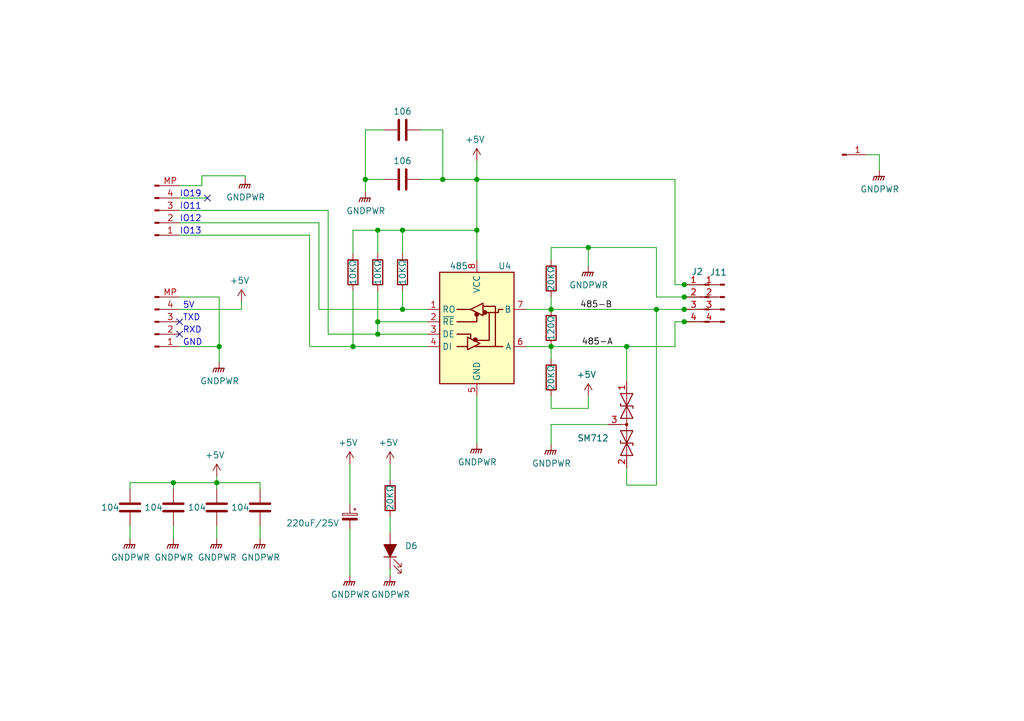
<source format=kicad_sch>
(kicad_sch (version 20231120) (generator "eeschema") (generator_version "8.0")
  (paper "A5")
  (lib_symbols
    (symbol "CamTrol-12Ch-Main-Board-rescue:LED-Server_Used-CamTrol-12Ch-Main-Board-rescue-CamTrol-12Ch-Main-Board-rescue-CamTrol-12Ch-Main-Board-rescue-CamTrol-12Ch-Main-Board-rescue" (pin_numbers hide) (pin_names (offset 1.016) hide)
      (property "Reference" "D" (at 0 2.54 0))
      (property "Value" "LED-Server_Used-CamTrol-12Ch-Main-Board-rescue-CamTrol-12Ch-Main-Board-rescue-CamTrol-12Ch-Main-Board-rescue-CamTrol-12Ch-Main-Board-rescue" (at 0 -2.54 0))
      (symbol "LED-Server_Used-CamTrol-12Ch-Main-Board-rescue-CamTrol-12Ch-Main-Board-rescue-CamTrol-12Ch-Main-Board-rescue-CamTrol-12Ch-Main-Board-rescue_0_1"
        (polyline (pts (xy -1.27 -1.27) (xy -1.27 1.27)) (stroke (width 0.2032)))
        (polyline (pts (xy -1.27 0) (xy 1.27 0)))
        (polyline (pts (xy 1.27 -1.27) (xy 1.27 1.27) (xy -1.27 0) (xy 1.27 -1.27)) (stroke (width 0.2032)) (fill (type outline)))
        (polyline (pts (xy -3.048 -0.762) (xy -4.572 -2.286) (xy -3.81 -2.286) (xy -4.572 -2.286) (xy -4.572 -1.524)))
        (polyline (pts (xy -1.778 -0.762) (xy -3.302 -2.286) (xy -2.54 -2.286) (xy -3.302 -2.286) (xy -3.302 -1.524)))
      )
      (symbol "LED-Server_Used-CamTrol-12Ch-Main-Board-rescue-CamTrol-12Ch-Main-Board-rescue-CamTrol-12Ch-Main-Board-rescue-CamTrol-12Ch-Main-Board-rescue_1_1"
        (pin passive line (at -3.81 0 0) (length 2.54) (name "K") (number "1"))
        (pin passive line (at 3.81 0 180) (length 2.54) (name "A") (number "2"))
      )
    )
    (symbol "CamTrol-12Ch-Main-Board-rescue:R-Server_Used-CamTrol-12Ch-Main-Board-rescue-CamTrol-12Ch-Main-Board-rescue-CamTrol-12Ch-Main-Board-rescue-CamTrol-12Ch-Main-Board-rescue" (pin_numbers hide) (pin_names (offset 0))
      (property "Reference" "R" (at 2.032 -3.81 90))
      (property "Value" "R-Server_Used-CamTrol-12Ch-Main-Board-rescue-CamTrol-12Ch-Main-Board-rescue-CamTrol-12Ch-Main-Board-rescue-CamTrol-12Ch-Main-Board-rescue" (at 0 -3.81 90))
      (symbol "R-Server_Used-CamTrol-12Ch-Main-Board-rescue-CamTrol-12Ch-Main-Board-rescue-CamTrol-12Ch-Main-Board-rescue-CamTrol-12Ch-Main-Board-rescue_0_1"
        (rectangle (start -1.016 -6.35) (end 1.016 -1.27) (stroke (width 0.254)))
      )
      (symbol "R-Server_Used-CamTrol-12Ch-Main-Board-rescue-CamTrol-12Ch-Main-Board-rescue-CamTrol-12Ch-Main-Board-rescue-CamTrol-12Ch-Main-Board-rescue_1_1"
        (pin passive line (at 0 0 270) (length 1.27) (name "~") (number "1"))
        (pin passive line (at 0 -7.62 90) (length 1.27) (name "~") (number "2"))
      )
    )
    (symbol "Connector:Conn_01x01_Pin" (pin_names (offset 1.016) hide)
      (property "Reference" "J" (at 0 2.54 0))
      (property "Value" "Conn_01x01_Pin" (at 0 -2.54 0))
      (symbol "Conn_01x01_Pin_1_1"
        (polyline (pts (xy 1.27 0) (xy 0.8636 0)) (stroke (width 0.1524)))
        (rectangle (start 0.8636 0.127) (end 0 -0.127) (stroke (width 0.1524)) (fill (type outline)))
        (pin passive line (at 5.08 0 180) (length 3.81) (name "Pin_1") (number "1"))
      )
    )
    (symbol "Connector:Conn_01x04_Male" (pin_names (offset 1.016) hide)
      (property "Reference" "J" (at 0 5.08 0))
      (property "Value" "Conn_01x04_Male" (at 0 -7.62 0))
      (symbol "Conn_01x04_Male_1_1"
        (polyline (pts (xy 1.27 -5.08) (xy 0.8636 -5.08)) (stroke (width 0.1524)))
        (polyline (pts (xy 1.27 -2.54) (xy 0.8636 -2.54)) (stroke (width 0.1524)))
        (polyline (pts (xy 1.27 0) (xy 0.8636 0)) (stroke (width 0.1524)))
        (polyline (pts (xy 1.27 2.54) (xy 0.8636 2.54)) (stroke (width 0.1524)))
        (rectangle (start 0.8636 -4.953) (end 0 -5.207) (stroke (width 0.1524)) (fill (type outline)))
        (rectangle (start 0.8636 -2.413) (end 0 -2.667) (stroke (width 0.1524)) (fill (type outline)))
        (rectangle (start 0.8636 0.127) (end 0 -0.127) (stroke (width 0.1524)) (fill (type outline)))
        (rectangle (start 0.8636 2.667) (end 0 2.413) (stroke (width 0.1524)) (fill (type outline)))
        (pin passive line (at 5.08 2.54 180) (length 3.81) (name "Pin_1") (number "1"))
        (pin passive line (at 5.08 0 180) (length 3.81) (name "Pin_2") (number "2"))
        (pin passive line (at 5.08 -2.54 180) (length 3.81) (name "Pin_3") (number "3"))
        (pin passive line (at 5.08 -5.08 180) (length 3.81) (name "Pin_4") (number "4"))
      )
    )
    (symbol "Connector:Conn_01x05_Pin" (pin_names (offset 1.016) hide)
      (property "Reference" "J3" (at 3.048 8.382 0))
      (symbol "Conn_01x05_Pin_1_1"
        (polyline (pts (xy 1.27 -5.08) (xy 0.8636 -5.08)) (stroke (width 0.1524)))
        (polyline (pts (xy 1.27 -2.54) (xy 0.8636 -2.54)) (stroke (width 0.1524)))
        (polyline (pts (xy 1.27 0) (xy 0.8636 0)) (stroke (width 0.1524)))
        (polyline (pts (xy 1.27 2.54) (xy 0.8636 2.54)) (stroke (width 0.1524)))
        (polyline (pts (xy 1.27 5.08) (xy 0.8636 5.08)) (stroke (width 0.1524)))
        (rectangle (start 0.8636 -4.953) (end 0 -5.207) (stroke (width 0.1524)) (fill (type outline)))
        (rectangle (start 0.8636 -2.413) (end 0 -2.667) (stroke (width 0.1524)) (fill (type outline)))
        (rectangle (start 0.8636 0.127) (end 0 -0.127) (stroke (width 0.1524)) (fill (type outline)))
        (rectangle (start 0.8636 2.667) (end 0 2.413) (stroke (width 0.1524)) (fill (type outline)))
        (rectangle (start 0.8636 5.207) (end 0 4.953) (stroke (width 0.1524)) (fill (type outline)))
        (pin passive line (at 5.08 5.08 180) (length 3.81) (name "Pin_1") (number "1"))
        (pin passive line (at 5.08 2.54 180) (length 3.81) (name "Pin_2") (number "2"))
        (pin passive line (at 5.08 0 180) (length 3.81) (name "Pin_3") (number "3"))
        (pin passive line (at 5.08 -2.54 180) (length 3.81) (name "Pin_4") (number "4"))
        (pin passive line (at 5.08 -5.08 180) (length 3.81) (name "Pin_5") (number "MP"))
      )
    )
    (symbol "Device:C_Polarized_Small" (pin_numbers hide) (pin_names (offset 0.254) hide)
      (property "Reference" "C" (at 0.254 1.778 0))
      (property "Value" "C_Polarized_Small" (at 0.254 -2.032 0))
      (symbol "C_Polarized_Small_0_1"
        (rectangle (start -1.524 -0.3048) (end 1.524 -0.6858) (fill (type outline)))
        (rectangle (start -1.524 0.6858) (end 1.524 0.3048))
        (polyline (pts (xy -1.27 1.524) (xy -0.762 1.524)))
        (polyline (pts (xy -1.016 1.27) (xy -1.016 1.778)))
      )
      (symbol "C_Polarized_Small_1_1"
        (pin passive line (at 0 2.54 270) (length 1.8542) (name "~") (number "1"))
        (pin passive line (at 0 -2.54 90) (length 1.8542) (name "~") (number "2"))
      )
    )
    (symbol "Diode:SM712_SOT23" (pin_names (offset 1.016) hide)
      (property "Reference" "D" (at 0 4.445 0))
      (property "Value" "SM712_SOT23" (at 0 2.54 0))
      (symbol "SM712_SOT23_0_0"
        (polyline (pts (xy 0 -1.27) (xy 0 0)))
      )
      (symbol "SM712_SOT23_0_1"
        (polyline (pts (xy -6.35 0) (xy 6.35 0)))
        (polyline (pts (xy -3.302 1.27) (xy -3.81 1.27) (xy -3.81 -1.27) (xy -4.318 -1.27)) (stroke (width 0.2032)))
        (polyline (pts (xy 4.318 1.27) (xy 3.81 1.27) (xy 3.81 -1.27) (xy 3.302 -1.27)) (stroke (width 0.2032)))
        (polyline (pts (xy -6.35 -1.27) (xy -1.27 1.27) (xy -1.27 -1.27) (xy -6.35 1.27) (xy -6.35 -1.27)) (stroke (width 0.2032)))
        (polyline (pts (xy 1.27 -1.27) (xy 1.27 1.27) (xy 6.35 -1.27) (xy 6.35 1.27) (xy 1.27 -1.27)) (stroke (width 0.2032)))
        (circle (center 0 0) (radius 0.254) (fill (type outline)))
      )
      (symbol "SM712_SOT23_1_1"
        (pin passive line (at -8.89 0 0) (length 2.54) (name "A1") (number "1"))
        (pin passive line (at 8.89 0 180) (length 2.54) (name "A2") (number "2"))
        (pin input line (at 0 -3.81 90) (length 2.54) (name "common") (number "3"))
      )
    )
    (symbol "Interface_UART:MAX485E"
      (property "Reference" "U" (at -6.096 11.43 0))
      (property "Value" "MAX485E" (at 0.762 11.43 0))
      (symbol "MAX485E_0_1"
        (rectangle (start -7.62 10.16) (end 7.62 -12.7) (stroke (width 0.254)) (fill (type background)))
        (circle (center -0.3048 -3.683) (radius 0.3556) (stroke (width 0.254)) (fill (type outline)))
        (circle (center -0.0254 1.4986) (radius 0.3556) (stroke (width 0.254)) (fill (type outline)))
        (polyline (pts (xy -4.064 -5.08) (xy -1.905 -5.08)) (stroke (width 0.254)))
        (polyline (pts (xy -4.064 2.54) (xy -1.27 2.54)) (stroke (width 0.254)))
        (polyline (pts (xy -1.27 -3.2004) (xy -1.27 -3.4544)) (stroke (width 0.254)))
        (polyline (pts (xy -0.635 -5.08) (xy 5.334 -5.08)) (stroke (width 0.254)))
        (polyline (pts (xy -4.064 -2.54) (xy -1.27 -2.54) (xy -1.27 -3.175)) (stroke (width 0.254)))
        (polyline (pts (xy 0 1.27) (xy 0 0) (xy -4.064 0)) (stroke (width 0.254)))
        (polyline (pts (xy 1.27 3.175) (xy 3.81 3.175) (xy 3.81 -5.08)) (stroke (width 0.254)))
        (polyline (pts (xy 2.54 1.905) (xy 2.54 -3.81) (xy 0 -3.81)) (stroke (width 0.254)))
        (polyline (pts (xy -1.905 -3.175) (xy -1.905 -5.715) (xy 0.635 -4.445) (xy -1.905 -3.175)) (stroke (width 0.254)))
        (polyline (pts (xy -1.27 2.54) (xy 1.27 3.81) (xy 1.27 1.27) (xy -1.27 2.54)) (stroke (width 0.254)))
        (polyline (pts (xy 1.905 1.905) (xy 4.445 1.905) (xy 4.445 2.54) (xy 5.334 2.54)) (stroke (width 0.254)))
        (rectangle (start 1.27 3.175) (end 1.27 3.175))
        (circle (center 1.651 1.905) (radius 0.3556) (stroke (width 0.254)) (fill (type outline)))
      )
      (symbol "MAX485E_1_1"
        (pin output line (at -10.16 2.54 0) (length 2.54) (name "RO") (number "1"))
        (pin input line (at -10.16 0 0) (length 2.54) (name "~{RE}") (number "2"))
        (pin input line (at -10.16 -2.54 0) (length 2.54) (name "DE") (number "3"))
        (pin input line (at -10.16 -5.08 0) (length 2.54) (name "DI") (number "4"))
        (pin power_in line (at 0 -15.24 90) (length 2.54) (name "GND") (number "5"))
        (pin bidirectional line (at 10.16 -5.08 180) (length 2.54) (name "A") (number "6"))
        (pin bidirectional line (at 10.16 2.54 180) (length 2.54) (name "B") (number "7"))
        (pin power_in line (at 0 12.7 270) (length 2.54) (name "VCC") (number "8"))
      )
    )
    (symbol "Server_Used:C" (pin_numbers hide) (pin_names (offset 0.254))
      (property "Reference" "C" (at 1.27 2.54 0))
      (property "Value" "Server_Used_C" (at 1.27 -2.54 0))
      (symbol "C_0_1"
        (polyline (pts (xy -2.032 -0.762) (xy 2.032 -0.762)) (stroke (width 0.508)))
        (polyline (pts (xy -2.032 0.762) (xy 2.032 0.762)) (stroke (width 0.508)))
      )
      (symbol "C_1_1"
        (pin passive line (at 0 3.81 270) (length 2.794) (name "~") (number "1"))
        (pin passive line (at 0 -3.81 90) (length 2.794) (name "~") (number "2"))
      )
    )
    (symbol "power:+5V" (power) (pin_names (offset 0))
      (property "Value" "+5V" (at 0 3.556 0))
      (symbol "+5V_0_1"
        (polyline (pts (xy -0.762 1.27) (xy 0 2.54)))
        (polyline (pts (xy 0 0) (xy 0 2.54)))
        (polyline (pts (xy 0 2.54) (xy 0.762 1.27)))
      )
      (symbol "+5V_1_1"
        (pin power_in line (at 0 0 90) (length 0) hide (name "+5V") (number "1"))
      )
    )
    (symbol "power:GNDPWR" (power) (pin_names (offset 0))
      (property "Value" "GNDPWR" (at 0 -3.302 0))
      (symbol "GNDPWR_0_1"
        (polyline (pts (xy 0 -1.27) (xy 0 0)))
        (polyline (pts (xy -1.016 -1.27) (xy -1.27 -2.032) (xy -1.27 -2.032)) (stroke (width 0.2032)))
        (polyline (pts (xy -0.508 -1.27) (xy -0.762 -2.032) (xy -0.762 -2.032)) (stroke (width 0.2032)))
        (polyline (pts (xy 0 -1.27) (xy -0.254 -2.032) (xy -0.254 -2.032)) (stroke (width 0.2032)))
        (polyline (pts (xy 0.508 -1.27) (xy 0.254 -2.032) (xy 0.254 -2.032)) (stroke (width 0.2032)))
        (polyline (pts (xy 1.016 -1.27) (xy -1.016 -1.27) (xy -1.016 -1.27)) (stroke (width 0.2032)))
        (polyline (pts (xy 1.016 -1.27) (xy 0.762 -2.032) (xy 0.762 -2.032) (xy 0.762 -2.032)) (stroke (width 0.2032)))
      )
      (symbol "GNDPWR_1_1"
        (pin power_in line (at 0 0 270) (length 0) hide (name "GNDPWR") (number "1"))
      )
    )
  )
  (junction (at 140.335 66.04))
  (junction (at 77.47 66.04))
  (junction (at 35.56 99.06))
  (junction (at 97.79 36.83))
  (junction (at 128.524 71.12))
  (junction (at 90.805 36.83))
  (junction (at 77.47 47.244))
  (junction (at 113.03 63.5))
  (junction (at 120.65 50.8))
  (junction (at 140.335 63.5))
  (junction (at 74.93 36.83))
  (junction (at 113.03 71.12))
  (junction (at 140.335 58.42))
  (junction (at 140.335 60.96))
  (junction (at 72.39 71.12))
  (junction (at 77.47 68.58))
  (junction (at 134.62 63.5))
  (junction (at 97.79 47.244))
  (junction (at 44.958 71.12))
  (junction (at 44.45 99.06))
  (junction (at 82.55 47.244))
  (junction (at 82.55 63.5))
  (no_connect (at 42.545 40.64))
  (no_connect (at 36.83 68.58))
  (no_connect (at 36.83 66.04))
  (wire (pts (xy 71.755 118.11) (xy 71.755 108.585)))
  (wire (pts (xy 35.56 99.06) (xy 44.45 99.06)))
  (wire (pts (xy 180.34 34.925) (xy 180.34 31.75)))
  (wire (pts (xy 140.335 63.5) (xy 143.51 63.5)))
  (wire (pts (xy 82.55 59.69) (xy 82.55 63.5)))
  (wire (pts (xy 35.56 107.95) (xy 35.56 110.49)))
  (wire (pts (xy 63.5 48.26) (xy 63.5 71.12)))
  (wire (pts (xy 97.79 47.244) (xy 97.79 53.34)))
  (wire (pts (xy 138.43 71.12) (xy 138.43 66.04)))
  (wire (pts (xy 74.93 36.83) (xy 78.74 36.83)))
  (wire (pts (xy 80.01 118.11) (xy 80.01 116.84)))
  (wire (pts (xy 72.39 59.69) (xy 72.39 71.12)))
  (wire (pts (xy 113.03 71.12) (xy 113.03 73.66)))
  (wire (pts (xy 72.39 71.12) (xy 87.63 71.12)))
  (wire (pts (xy 41.402 38.1) (xy 41.402 36.068)))
  (wire (pts (xy 72.39 52.07) (xy 72.39 47.244)))
  (wire (pts (xy 180.34 31.75) (xy 177.8 31.75)))
  (wire (pts (xy 113.03 87.122) (xy 113.03 91.186)))
  (wire (pts (xy 44.45 99.06) (xy 44.45 100.33)))
  (wire (pts (xy 128.524 99.568) (xy 134.62 99.568)))
  (wire (pts (xy 44.45 97.79) (xy 44.45 99.06)))
  (wire (pts (xy 36.83 43.18) (xy 67.31 43.18)))
  (wire (pts (xy 120.65 50.8) (xy 120.65 54.61)))
  (wire (pts (xy 44.958 71.12) (xy 44.958 74.295)))
  (wire (pts (xy 97.79 36.83) (xy 97.79 47.244)))
  (wire (pts (xy 90.805 26.67) (xy 90.805 36.83)))
  (wire (pts (xy 86.36 36.83) (xy 90.805 36.83)))
  (wire (pts (xy 134.62 60.96) (xy 134.62 50.8)))
  (wire (pts (xy 140.335 58.42) (xy 143.51 58.42)))
  (wire (pts (xy 67.31 68.58) (xy 77.47 68.58)))
  (wire (pts (xy 35.56 100.33) (xy 35.56 99.06)))
  (wire (pts (xy 26.67 99.06) (xy 35.56 99.06)))
  (wire (pts (xy 113.03 83.82) (xy 113.03 81.28)))
  (wire (pts (xy 36.83 71.12) (xy 44.958 71.12)))
  (wire (pts (xy 138.43 66.04) (xy 140.335 66.04)))
  (wire (pts (xy 134.62 63.5) (xy 140.335 63.5)))
  (wire (pts (xy 71.755 95.25) (xy 71.755 103.505)))
  (wire (pts (xy 74.93 39.37) (xy 74.93 36.83)))
  (wire (pts (xy 134.62 60.96) (xy 140.335 60.96)))
  (wire (pts (xy 36.83 40.64) (xy 42.545 40.64)))
  (wire (pts (xy 80.01 98.425) (xy 80.01 95.25)))
  (wire (pts (xy 107.95 71.12) (xy 113.03 71.12)))
  (wire (pts (xy 120.65 81.28) (xy 120.65 83.82)))
  (wire (pts (xy 134.62 99.568) (xy 134.62 63.5)))
  (wire (pts (xy 82.55 47.244) (xy 82.55 52.07)))
  (wire (pts (xy 120.65 83.82) (xy 113.03 83.82)))
  (wire (pts (xy 49.53 63.5) (xy 36.83 63.5)))
  (wire (pts (xy 53.34 107.95) (xy 53.34 110.49)))
  (wire (pts (xy 138.43 36.83) (xy 97.79 36.83)))
  (wire (pts (xy 113.03 71.12) (xy 128.524 71.12)))
  (wire (pts (xy 90.805 36.83) (xy 97.79 36.83)))
  (wire (pts (xy 86.36 26.67) (xy 90.805 26.67)))
  (wire (pts (xy 120.65 50.8) (xy 113.03 50.8)))
  (wire (pts (xy 138.43 58.42) (xy 138.43 36.83)))
  (wire (pts (xy 63.5 71.12) (xy 72.39 71.12)))
  (wire (pts (xy 49.53 61.976) (xy 49.53 63.5)))
  (wire (pts (xy 36.83 48.26) (xy 63.5 48.26)))
  (wire (pts (xy 77.47 66.04) (xy 87.63 66.04)))
  (wire (pts (xy 50.292 36.068) (xy 50.292 36.576)))
  (wire (pts (xy 128.524 71.12) (xy 138.43 71.12)))
  (wire (pts (xy 65.405 45.72) (xy 65.405 63.5)))
  (wire (pts (xy 77.47 66.04) (xy 77.47 59.69)))
  (wire (pts (xy 77.47 66.04) (xy 77.47 68.58)))
  (wire (pts (xy 140.335 66.04) (xy 143.51 66.04)))
  (wire (pts (xy 74.93 26.67) (xy 74.93 36.83)))
  (wire (pts (xy 124.714 87.122) (xy 113.03 87.122)))
  (wire (pts (xy 140.335 60.96) (xy 143.51 60.96)))
  (wire (pts (xy 128.524 71.12) (xy 128.524 78.232)))
  (wire (pts (xy 26.67 100.33) (xy 26.67 99.06)))
  (wire (pts (xy 97.79 33.02) (xy 97.79 36.83)))
  (wire (pts (xy 65.405 63.5) (xy 82.55 63.5)))
  (wire (pts (xy 77.47 47.244) (xy 77.47 52.07)))
  (wire (pts (xy 44.45 99.06) (xy 53.34 99.06)))
  (wire (pts (xy 113.03 50.8) (xy 113.03 53.34)))
  (wire (pts (xy 53.34 100.33) (xy 53.34 99.06)))
  (wire (pts (xy 77.47 47.244) (xy 82.55 47.244)))
  (wire (pts (xy 67.31 43.18) (xy 67.31 68.58)))
  (wire (pts (xy 97.79 90.932) (xy 97.79 81.28)))
  (wire (pts (xy 41.402 36.068) (xy 50.292 36.068)))
  (wire (pts (xy 113.03 63.5) (xy 134.62 63.5)))
  (wire (pts (xy 78.74 26.67) (xy 74.93 26.67)))
  (wire (pts (xy 134.62 50.8) (xy 120.65 50.8)))
  (wire (pts (xy 36.83 38.1) (xy 41.402 38.1)))
  (wire (pts (xy 82.55 47.244) (xy 97.79 47.244)))
  (wire (pts (xy 72.39 47.244) (xy 77.47 47.244)))
  (wire (pts (xy 107.95 63.5) (xy 113.03 63.5)))
  (wire (pts (xy 113.03 60.96) (xy 113.03 63.5)))
  (wire (pts (xy 26.67 110.49) (xy 26.67 107.95)))
  (wire (pts (xy 44.45 110.49) (xy 44.45 107.95)))
  (wire (pts (xy 44.958 60.96) (xy 44.958 71.12)))
  (wire (pts (xy 87.63 68.58) (xy 77.47 68.58)))
  (wire (pts (xy 36.83 45.72) (xy 65.405 45.72)))
  (wire (pts (xy 36.83 60.96) (xy 44.958 60.96)))
  (wire (pts (xy 80.01 109.22) (xy 80.01 106.045)))
  (wire (pts (xy 82.55 63.5) (xy 87.63 63.5)))
  (wire (pts (xy 128.524 96.012) (xy 128.524 99.568)))
  (wire (pts (xy 138.43 58.42) (xy 140.335 58.42)))
  (text "GND" (at 37.465 71.12 0) (effects (font (size 1.27 1.27)) (justify left bottom)))
  (text "IO11" (at 36.83 43.18 0) (effects (font (size 1.27 1.27)) (justify left bottom)))
  (text "IO13" (at 36.83 48.26 0) (effects (font (size 1.27 1.27)) (justify left bottom)))
  (text "RXD" (at 37.465 68.58 0) (effects (font (size 1.27 1.27)) (justify left bottom)))
  (text "5V" (at 37.465 63.5 0) (effects (font (size 1.27 1.27)) (justify left bottom)))
  (text "IO19" (at 36.83 40.64 0) (effects (font (size 1.27 1.27)) (justify left bottom)))
  (text "TXD" (at 37.465 66.04 0) (effects (font (size 1.27 1.27)) (justify left bottom)))
  (text "IO12" (at 36.83 45.72 0) (effects (font (size 1.27 1.27)) (justify left bottom)))
  (label "485-B" (at 125.603 63.5 180))
  (label "485-A" (at 125.73 71.12 180))
  (symbol (lib_id "Server_Used:C") (at 53.34 104.14 180) (unit 1)
    (property "Reference" "C6" (effects (hide yes)))
    (property "Value" "104" (at 49.276 104.14 0))
    (property "Footprint" "Server.pretty:C_0805_HandSoldering" (effects (hide yes)))
    (property "Datasheet" "http://www.partsworld.co.kr/goods/goods_view.php?goodsNo=1000013173" (effects (hide yes)))
    (property "Price" "66" (effects (hide yes)))
    (property "Manufacture" "부품세상" (effects (hide yes)))
    (property "Package" "2012(0805)" (effects (hide yes)))
  )
  (symbol (lib_id "Diode:SM712_SOT23") (at 128.524 87.122 270) (unit 1)
    (property "Reference" "D1" (effects (hide yes)))
    (property "Value" "SM712" (at 118.364 89.916 90) (effects (justify left)))
    (property "Footprint" "Server:SOT-23" (effects (hide yes)))
    (property "Datasheet" "https://www.littelfuse.com/~/media/electronics/datasheets/tvs_diode_arrays/littelfuse_tvs_diode_array_sm712_datasheet.pdf.pdf" (effects (hide yes)))
    (property "Description" "7V/12V, 600W Asymmetrical TVS Diode Array, SOT-23" (effects (hide yes)))
  )
  (symbol (lib_id "CamTrol-12Ch-Main-Board-rescue:R-Server_Used-CamTrol-12Ch-Main-Board-rescue-CamTrol-12Ch-Main-Board-rescue-CamTrol-12Ch-Main-Board-rescue-CamTrol-12Ch-Main-Board-rescue") (at 80.01 98.425 0) (unit 1)
    (property "Reference" "R10" (effects (hide yes)))
    (property "Value" "20KΩ" (at 80.01 102.108 90))
    (property "Footprint" "Server.pretty:R_0805_HandSoldering" (effects (hide yes)))
    (property "Datasheet" "https://www.partsworld.co.kr/goods/goods_view.php?goodsNo=1000000637" (effects (hide yes)))
    (property "Price" "20" (effects (hide yes)))
    (property "Manufacture" "부품세상" (effects (hide yes)))
    (property "Package" "2012(0805)" (effects (hide yes)))
  )
  (symbol (lib_id "Connector:Conn_01x05_Pin") (at 31.75 66.04 0) (mirror x) (unit 1)
    (property "Reference" "J1" (effects (hide yes)))
    (property "Value" "Conn_01x04_Pin" (effects (hide yes)))
    (property "Footprint" "Connector_JST:JST_GH_SM04B-GHS-TB_1x04-1MP_P1.25mm_Horizontal" (effects (hide yes)))
    (property "Description" "Generic connector, single row, 01x05, script generated" (effects (hide yes)))
    (property "Manufacture" "DEVICEMART" (effects (hide yes)))
    (property "Price" "30" (effects (hide yes)))
  )
  (symbol (lib_id "Server_Used:C") (at 82.55 26.67 270) (mirror x) (unit 1)
    (property "Reference" "C1" (effects (hide yes)))
    (property "Value" "106" (at 82.55 22.86 90))
    (property "Footprint" "Server.pretty:C_0805_HandSoldering" (effects (hide yes)))
    (property "Datasheet" "http://www.partsworld.co.kr/goods/goods_view.php?goodsNo=1000013173" (effects (hide yes)))
    (property "Price" "66" (effects (hide yes)))
    (property "Manufacture" "부품세상" (effects (hide yes)))
    (property "Package" "2012(0805)" (effects (hide yes)))
  )
  (symbol (lib_id "CamTrol-12Ch-Main-Board-rescue:R-Server_Used-CamTrol-12Ch-Main-Board-rescue-CamTrol-12Ch-Main-Board-rescue-CamTrol-12Ch-Main-Board-rescue-CamTrol-12Ch-Main-Board-rescue") (at 113.03 81.28 0) (mirror x) (unit 1)
    (property "Reference" "R46" (effects (hide yes)))
    (property "Value" "20KΩ" (at 113.03 77.47 90))
    (property "Footprint" "Server.pretty:R_0805_HandSoldering" (effects (hide yes)))
    (property "Datasheet" "https://www.partsworld.co.kr/goods/goods_view.php?goodsNo=1000000614" (effects (hide yes)))
    (property "Price" "20" (effects (hide yes)))
    (property "Manufacture" "부품세상" (effects (hide yes)))
    (property "Package" "2012(0805)" (effects (hide yes)))
  )
  (symbol (lib_id "power:+5V") (at 97.79 33.02 0) (mirror y) (unit 1)
    (property "Reference" "#PWR074" (effects (hide yes)))
    (property "Value" "+5V" (at 97.409 28.6258 0))
  )
  (symbol (lib_id "power:GNDPWR") (at 44.45 110.49 0) (unit 1)
    (property "Reference" "#PWR08" (effects (hide yes)))
    (property "Value" "GNDPWR" (at 44.5516 114.4016 0))
  )
  (symbol (lib_id "Device:C_Polarized_Small") (at 71.755 106.045 0) (mirror y) (unit 1)
    (property "Reference" "C7" (effects (hide yes)))
    (property "Value" "220uF/25V" (at 69.596 107.3655 0) (effects (justify left)))
    (property "Footprint" "Capacitor_THT:CP_Radial_D8.0mm_P2.50mm" (effects (hide yes)))
  )
  (symbol (lib_id "power:GNDPWR") (at 120.65 54.61 0) (unit 1)
    (property "Reference" "#PWR076" (effects (hide yes)))
    (property "Value" "GNDPWR" (at 120.7516 58.5216 0))
  )
  (symbol (lib_id "power:GNDPWR") (at 97.79 90.932 0) (unit 1)
    (property "Reference" "#PWR075" (effects (hide yes)))
    (property "Value" "GNDPWR" (at 97.8916 94.8436 0))
  )
  (symbol (lib_id "power:GNDPWR") (at 44.958 74.295 0) (unit 1)
    (property "Reference" "#PWR03" (effects (hide yes)))
    (property "Value" "GNDPWR" (at 45.0596 78.2066 0))
  )
  (symbol (lib_id "power:GNDPWR") (at 53.34 110.49 0) (unit 1)
    (property "Reference" "#PWR09" (effects (hide yes)))
    (property "Value" "GNDPWR" (at 53.4416 114.4016 0))
  )
  (symbol (lib_id "power:GNDPWR") (at 50.292 36.576 0) (unit 1)
    (property "Reference" "#PWR013" (effects (hide yes)))
    (property "Value" "GNDPWR" (at 50.3936 40.4876 0))
  )
  (symbol (lib_id "power:+5V") (at 80.01 95.25 0) (mirror y) (unit 1)
    (property "Reference" "#PWR01" (effects (hide yes)))
    (property "Value" "+5V" (at 79.629 90.8558 0))
  )
  (symbol (lib_id "Connector:Conn_01x04_Male") (at 148.59 60.96 0) (mirror y) (unit 1)
    (property "Reference" "J11" (at 147.32 55.88 0))
    (property "Value" "5267-04P" (effects (hide yes)))
    (property "Footprint" "Server.pretty:XH2.54-4P" (effects (hide yes)))
    (property "Datasheet" "https://www.devicemart.co.kr/goods/view?no=419" (effects (hide yes)))
    (property "Manufacture" "DEVICEMART" (effects (hide yes)))
    (property "Price" "30" (effects (hide yes)))
  )
  (symbol (lib_id "power:GNDPWR") (at 80.01 118.11 0) (unit 1)
    (property "Reference" "#PWR042" (effects (hide yes)))
    (property "Value" "GNDPWR" (at 80.1116 122.0216 0))
  )
  (symbol (lib_id "Connector:Conn_01x05_Pin") (at 31.75 43.18 0) (mirror x) (unit 1)
    (property "Reference" "J4" (effects (hide yes)))
    (property "Value" "Conn_01x04_Pin" (effects (hide yes)))
    (property "Footprint" "Connector_JST:JST_GH_SM04B-GHS-TB_1x04-1MP_P1.25mm_Horizontal" (effects (hide yes)))
    (property "Description" "Generic connector, single row, 01x05, script generated" (effects (hide yes)))
    (property "Manufacture" "DEVICEMART" (effects (hide yes)))
    (property "Price" "30" (effects (hide yes)))
  )
  (symbol (lib_id "Interface_UART:MAX485E") (at 97.79 66.04 0) (unit 1)
    (property "Reference" "U4" (at 104.902 54.61 0) (effects (justify right)))
    (property "Value" "485" (at 96.012 54.61 0) (effects (justify right)))
    (property "Footprint" "Server.pretty:MAX485" (effects (hide yes)))
    (property "Datasheet" "https://datasheets.maximintegrated.com/en/ds/MAX1487E-MAX491E.pdf" (effects (hide yes)))
  )
  (symbol (lib_id "power:GNDPWR") (at 26.67 110.49 0) (unit 1)
    (property "Reference" "#PWR05" (effects (hide yes)))
    (property "Value" "GNDPWR" (at 26.7716 114.4016 0))
  )
  (symbol (lib_id "power:+5V") (at 71.755 95.25 0) (mirror y) (unit 1)
    (property "Reference" "#PWR07" (effects (hide yes)))
    (property "Value" "+5V" (at 71.374 90.8558 0))
  )
  (symbol (lib_id "power:+5V") (at 44.45 97.79 0) (mirror y) (unit 1)
    (property "Reference" "#PWR011" (effects (hide yes)))
    (property "Value" "+5V" (at 44.069 93.3958 0))
  )
  (symbol (lib_id "Connector:Conn_01x01_Pin") (at 172.72 31.75 0) (unit 1)
    (property "Reference" "J3" (effects (hide yes)))
    (property "Value" "Conn_01x01_Pin" (effects (hide yes)))
    (property "Footprint" "Server.pretty:LM-CON-PAD" (effects (hide yes)))
    (property "Manufacture" "DEVICEMART" (effects (hide yes)))
    (property "Price" "30" (effects (hide yes)))
  )
  (symbol (lib_id "power:GNDPWR") (at 180.34 34.925 0) (unit 1)
    (property "Reference" "#PWR04" (effects (hide yes)))
    (property "Value" "GNDPWR" (at 180.4416 38.8366 0))
  )
  (symbol (lib_id "CamTrol-12Ch-Main-Board-rescue:R-Server_Used-CamTrol-12Ch-Main-Board-rescue-CamTrol-12Ch-Main-Board-rescue-CamTrol-12Ch-Main-Board-rescue-CamTrol-12Ch-Main-Board-rescue") (at 72.39 59.69 0) (mirror x) (unit 1)
    (property "Reference" "R41" (effects (hide yes)))
    (property "Value" "10KΩ" (at 72.39 55.88 90))
    (property "Footprint" "Server.pretty:R_0805_HandSoldering" (effects (hide yes)))
    (property "Datasheet" "https://www.partsworld.co.kr/goods/goods_view.php?goodsNo=1000000614" (effects (hide yes)))
    (property "Price" "20" (effects (hide yes)))
    (property "Manufacture" "부품세상" (effects (hide yes)))
    (property "Package" "2012(0805)" (effects (hide yes)))
  )
  (symbol (lib_id "Server_Used:C") (at 44.45 104.14 180) (unit 1)
    (property "Reference" "C5" (effects (hide yes)))
    (property "Value" "104" (at 40.386 104.14 0))
    (property "Footprint" "Server.pretty:C_0805_HandSoldering" (effects (hide yes)))
    (property "Datasheet" "http://www.partsworld.co.kr/goods/goods_view.php?goodsNo=1000013173" (effects (hide yes)))
    (property "Price" "66" (effects (hide yes)))
    (property "Manufacture" "부품세상" (effects (hide yes)))
    (property "Package" "2012(0805)" (effects (hide yes)))
  )
  (symbol (lib_id "Connector:Conn_01x04_Male") (at 145.415 60.96 0) (mirror y) (unit 1)
    (property "Reference" "J2" (at 143.002 55.753 0))
    (property "Value" "5267-04P" (effects (hide yes)))
    (property "Footprint" "Server:XH2.54-4P-plat" (effects (hide yes)))
    (property "Datasheet" "https://www.devicemart.co.kr/goods/view?no=419" (effects (hide yes)))
    (property "Manufacture" "DEVICEMART" (effects (hide yes)))
    (property "Price" "30" (effects (hide yes)))
  )
  (symbol (lib_id "CamTrol-12Ch-Main-Board-rescue:LED-Server_Used-CamTrol-12Ch-Main-Board-rescue-CamTrol-12Ch-Main-Board-rescue-CamTrol-12Ch-Main-Board-rescue-CamTrol-12Ch-Main-Board-rescue") (at 80.01 113.03 90) (unit 1)
    (property "Reference" "D6" (at 83.0072 112.0394 90) (effects (justify right)))
    (property "Value" "+5V" (effects (hide yes)))
    (property "Footprint" "Server.pretty:LED_0805" (effects (hide yes)))
    (property "Datasheet" "http://www.partsworld.co.kr/goods/goods_view.php?goodsNo=1000008652" (effects (hide yes)))
    (property "Price" "132" (effects (hide yes)))
    (property "Manufacture" "부품세상" (effects (hide yes)))
    (property "Package" "2012(0805)" (effects (hide yes)))
  )
  (symbol (lib_id "power:GNDPWR") (at 113.03 91.186 0) (unit 1)
    (property "Reference" "#PWR012" (effects (hide yes)))
    (property "Value" "GNDPWR" (at 113.1316 95.0976 0))
  )
  (symbol (lib_id "power:GNDPWR") (at 74.93 39.37 0) (unit 1)
    (property "Reference" "#PWR057" (effects (hide yes)))
    (property "Value" "GNDPWR" (at 75.0316 43.2816 0))
  )
  (symbol (lib_id "power:+5V") (at 49.53 61.976 0) (mirror y) (unit 1)
    (property "Reference" "#PWR02" (effects (hide yes)))
    (property "Value" "+5V" (at 49.149 57.5818 0))
  )
  (symbol (lib_id "CamTrol-12Ch-Main-Board-rescue:R-Server_Used-CamTrol-12Ch-Main-Board-rescue-CamTrol-12Ch-Main-Board-rescue-CamTrol-12Ch-Main-Board-rescue-CamTrol-12Ch-Main-Board-rescue") (at 77.47 59.69 0) (mirror x) (unit 1)
    (property "Reference" "R42" (effects (hide yes)))
    (property "Value" "10KΩ" (at 77.47 55.88 90))
    (property "Footprint" "Server.pretty:R_0805_HandSoldering" (effects (hide yes)))
    (property "Datasheet" "https://www.partsworld.co.kr/goods/goods_view.php?goodsNo=1000000614" (effects (hide yes)))
    (property "Price" "20" (effects (hide yes)))
    (property "Manufacture" "부품세상" (effects (hide yes)))
    (property "Package" "2012(0805)" (effects (hide yes)))
  )
  (symbol (lib_id "power:GNDPWR") (at 71.755 118.11 0) (unit 1)
    (property "Reference" "#PWR010" (effects (hide yes)))
    (property "Value" "GNDPWR" (at 71.8566 122.0216 0))
  )
  (symbol (lib_id "Server_Used:C") (at 82.55 36.83 270) (mirror x) (unit 1)
    (property "Reference" "C3" (effects (hide yes)))
    (property "Value" "106" (at 82.55 33.02 90))
    (property "Footprint" "Server.pretty:C_0805_HandSoldering" (effects (hide yes)))
    (property "Datasheet" "http://www.partsworld.co.kr/goods/goods_view.php?goodsNo=1000013173" (effects (hide yes)))
    (property "Price" "66" (effects (hide yes)))
    (property "Manufacture" "부품세상" (effects (hide yes)))
    (property "Package" "2012(0805)" (effects (hide yes)))
  )
  (symbol (lib_id "Server_Used:C") (at 26.67 104.14 180) (unit 1)
    (property "Reference" "C2" (effects (hide yes)))
    (property "Value" "104" (at 22.606 104.14 0))
    (property "Footprint" "Server.pretty:C_0805_HandSoldering" (effects (hide yes)))
    (property "Datasheet" "http://www.partsworld.co.kr/goods/goods_view.php?goodsNo=1000013173" (effects (hide yes)))
    (property "Price" "66" (effects (hide yes)))
    (property "Manufacture" "부품세상" (effects (hide yes)))
    (property "Package" "2012(0805)" (effects (hide yes)))
  )
  (symbol (lib_id "Server_Used:C") (at 35.56 104.14 180) (unit 1)
    (property "Reference" "C4" (effects (hide yes)))
    (property "Value" "104" (at 31.496 104.14 0))
    (property "Footprint" "Server.pretty:C_0805_HandSoldering" (effects (hide yes)))
    (property "Datasheet" "http://www.partsworld.co.kr/goods/goods_view.php?goodsNo=1000013173" (effects (hide yes)))
    (property "Price" "66" (effects (hide yes)))
    (property "Manufacture" "부품세상" (effects (hide yes)))
    (property "Package" "2012(0805)" (effects (hide yes)))
  )
  (symbol (lib_id "power:GNDPWR") (at 35.56 110.49 0) (unit 1)
    (property "Reference" "#PWR06" (effects (hide yes)))
    (property "Value" "GNDPWR" (at 35.6616 114.4016 0))
  )
  (symbol (lib_id "CamTrol-12Ch-Main-Board-rescue:R-Server_Used-CamTrol-12Ch-Main-Board-rescue-CamTrol-12Ch-Main-Board-rescue-CamTrol-12Ch-Main-Board-rescue-CamTrol-12Ch-Main-Board-rescue") (at 82.55 59.69 0) (mirror x) (unit 1)
    (property "Reference" "R43" (effects (hide yes)))
    (property "Value" "10KΩ" (at 82.55 55.88 90))
    (property "Footprint" "Server.pretty:R_0805_HandSoldering" (effects (hide yes)))
    (property "Datasheet" "https://www.partsworld.co.kr/goods/goods_view.php?goodsNo=1000000614" (effects (hide yes)))
    (property "Price" "20" (effects (hide yes)))
    (property "Manufacture" "부품세상" (effects (hide yes)))
    (property "Package" "2012(0805)" (effects (hide yes)))
  )
  (symbol (lib_id "CamTrol-12Ch-Main-Board-rescue:R-Server_Used-CamTrol-12Ch-Main-Board-rescue-CamTrol-12Ch-Main-Board-rescue-CamTrol-12Ch-Main-Board-rescue-CamTrol-12Ch-Main-Board-rescue") (at 113.03 71.12 0) (mirror x) (unit 1)
    (property "Reference" "R45" (effects (hide yes)))
    (property "Value" "120Ω" (at 113.03 67.31 90))
    (property "Footprint" "Server.pretty:R_0805_HandSoldering" (effects (hide yes)))
    (property "Datasheet" "https://www.partsworld.co.kr/goods/goods_view.php?goodsNo=1000000614" (effects (hide yes)))
    (property "Price" "20" (effects (hide yes)))
    (property "Manufacture" "부품세상" (effects (hide yes)))
    (property "Package" "2012(0805)" (effects (hide yes)))
  )
  (symbol (lib_id "CamTrol-12Ch-Main-Board-rescue:R-Server_Used-CamTrol-12Ch-Main-Board-rescue-CamTrol-12Ch-Main-Board-rescue-CamTrol-12Ch-Main-Board-rescue-CamTrol-12Ch-Main-Board-rescue") (at 113.03 60.96 0) (mirror x) (unit 1)
    (property "Reference" "R44" (effects (hide yes)))
    (property "Value" "20KΩ" (at 113.03 57.15 90))
    (property "Footprint" "Server.pretty:R_0805_HandSoldering" (effects (hide yes)))
    (property "Datasheet" "https://www.partsworld.co.kr/goods/goods_view.php?goodsNo=1000000614" (effects (hide yes)))
    (property "Price" "20" (effects (hide yes)))
    (property "Manufacture" "부품세상" (effects (hide yes)))
    (property "Package" "2012(0805)" (effects (hide yes)))
  )
  (symbol (lib_id "power:+5V") (at 120.65 81.28 0) (mirror y) (unit 1)
    (property "Reference" "#PWR077" (effects (hide yes)))
    (property "Value" "+5V" (at 120.269 76.8858 0))
  )
)
</source>
